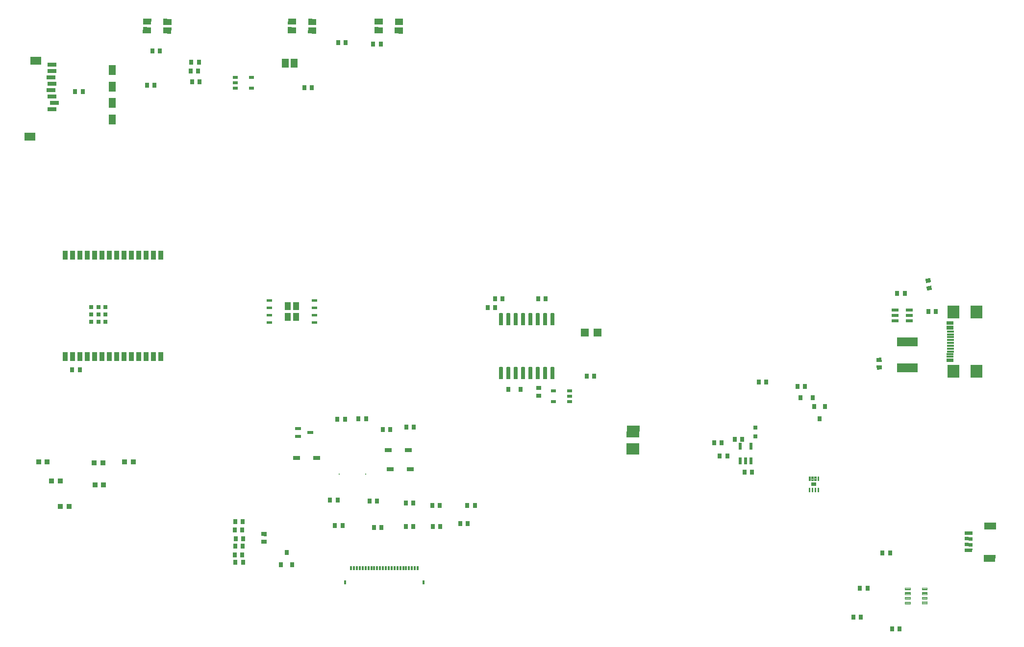
<source format=gbr>
G04 EAGLE Gerber RS-274X export*
G75*
%MOMM*%
%FSLAX34Y34*%
%LPD*%
%INSolderpaste Top*%
%IPPOS*%
%AMOC8*
5,1,8,0,0,1.08239X$1,22.5*%
G01*
G04 Define Apertures*
%ADD10R,1.400000X1.050000*%
%ADD11R,0.700000X0.900000*%
%ADD12R,1.400000X1.400000*%
%ADD13R,0.900000X0.700000*%
%ADD14R,2.000000X2.200000*%
%ADD15R,0.800000X0.800000*%
%ADD16R,1.200000X0.600000*%
%ADD17R,0.970000X0.940000*%
%ADD18R,0.800000X0.900000*%
%ADD19R,1.150000X0.800000*%
%ADD20R,0.900000X0.600000*%
%ADD21R,0.300000X0.800000*%
%ADD22R,0.400000X0.800000*%
%ADD23R,1.150000X0.300000*%
%ADD24R,2.000000X2.180000*%
%ADD25R,1.200000X2.000000*%
%ADD26R,0.600000X1.350000*%
%ADD27R,1.200000X1.800000*%
%ADD28R,1.900000X1.400000*%
%ADD29R,1.500000X0.700000*%
%ADD30R,0.127000X0.127000*%
%ADD31R,0.550000X1.200000*%
%ADD32R,3.600000X1.500000*%
%ADD33R,1.050000X0.500000*%
%ADD34C,0.125000*%
%ADD35R,1.168400X1.600200*%
%ADD36R,1.010000X1.460000*%
%ADD37C,0.110000*%
%ADD38R,0.900000X1.500000*%
%ADD39C,0.147500*%
%ADD40R,0.560000X0.820000*%
%ADD41C,0.067500*%
%ADD42C,0.101600*%
D10*
G36*
X780955Y665650D02*
X794953Y665479D01*
X794825Y654980D01*
X780827Y655151D01*
X780955Y665650D01*
G37*
G36*
X745958Y666078D02*
X759956Y665907D01*
X759828Y655408D01*
X745830Y655579D01*
X745958Y666078D01*
G37*
G36*
X745775Y651079D02*
X759773Y650908D01*
X759645Y640409D01*
X745647Y640580D01*
X745775Y651079D01*
G37*
G36*
X780772Y650651D02*
X794770Y650480D01*
X794642Y639981D01*
X780644Y640152D01*
X780772Y650651D01*
G37*
D11*
X1584000Y-318700D03*
X1597000Y-318700D03*
X429200Y590300D03*
X442200Y590300D03*
D12*
X1130900Y123400D03*
X1108900Y123400D03*
D11*
X1367900Y-61075D03*
X1380900Y-61075D03*
X1409400Y37700D03*
X1422400Y37700D03*
D13*
X1029300Y14200D03*
X1029300Y27200D03*
D11*
X1572800Y-368700D03*
X1585800Y-368700D03*
X1385000Y-118500D03*
X1398000Y-118500D03*
D14*
G36*
X1203055Y-68096D02*
X1202881Y-88094D01*
X1180883Y-87902D01*
X1181057Y-67904D01*
X1203055Y-68096D01*
G37*
G36*
X1203317Y-38098D02*
X1203143Y-58096D01*
X1181145Y-57904D01*
X1181319Y-37906D01*
X1203317Y-38098D01*
G37*
D11*
X681600Y-27100D03*
X694600Y-27100D03*
G36*
X1707623Y204054D02*
X1708452Y197104D01*
X1699517Y196038D01*
X1698688Y202988D01*
X1707623Y204054D01*
G37*
G36*
X1706083Y216962D02*
X1706912Y210012D01*
X1697977Y208946D01*
X1697148Y215896D01*
X1706083Y216962D01*
G37*
X743400Y622100D03*
X756400Y622100D03*
X1661400Y190500D03*
X1648400Y190500D03*
X682600Y624300D03*
X695600Y624300D03*
X800700Y-40700D03*
X813700Y-40700D03*
X1028400Y181300D03*
X1041400Y181300D03*
X228600Y539700D03*
X241600Y539700D03*
D10*
G36*
X631300Y665528D02*
X645297Y665308D01*
X645132Y654810D01*
X631135Y655030D01*
X631300Y665528D01*
G37*
G36*
X596304Y666078D02*
X610301Y665858D01*
X610136Y655360D01*
X596139Y655580D01*
X596304Y666078D01*
G37*
G36*
X596068Y651080D02*
X610065Y650860D01*
X609900Y640362D01*
X595903Y640582D01*
X596068Y651080D01*
G37*
G36*
X631064Y650530D02*
X645061Y650310D01*
X644896Y639812D01*
X630899Y640032D01*
X631064Y650530D01*
G37*
D15*
X1403400Y-56000D03*
X1403400Y-41000D03*
D11*
X362000Y609900D03*
X375000Y609900D03*
D16*
X1644700Y162400D03*
X1644700Y152900D03*
X1644700Y143400D03*
X1669700Y143400D03*
X1669700Y152900D03*
X1669700Y162400D03*
D17*
X261600Y-102300D03*
X276600Y-102300D03*
X165400Y-100300D03*
X180400Y-100300D03*
X203200Y-177300D03*
X218200Y-177300D03*
D18*
X1481400Y10800D03*
X1502400Y10800D03*
D19*
X769500Y-80300D03*
X804500Y-80300D03*
X772700Y-113500D03*
X807700Y-113500D03*
X611100Y-93500D03*
X646100Y-93500D03*
D17*
X313700Y-100100D03*
X328700Y-100100D03*
D18*
X976900Y24800D03*
X997900Y24800D03*
D17*
X188000Y-133300D03*
X203000Y-133300D03*
X262800Y-140300D03*
X277800Y-140300D03*
D11*
X906000Y-176100D03*
X919000Y-176100D03*
X677400Y-210100D03*
X690400Y-210100D03*
X846000Y-212300D03*
X859000Y-212300D03*
X893600Y-207300D03*
X906600Y-207300D03*
X845400Y-176100D03*
X858400Y-176100D03*
X736800Y-168100D03*
X749800Y-168100D03*
X799500Y-212500D03*
X812500Y-212500D03*
X799600Y-171500D03*
X812600Y-171500D03*
X744700Y-213500D03*
X757700Y-213500D03*
X668800Y-166500D03*
X681800Y-166500D03*
D20*
X504900Y564400D03*
X504900Y554900D03*
X504900Y545400D03*
X532900Y545400D03*
X532900Y564400D03*
X1082700Y3600D03*
X1082700Y13100D03*
X1082700Y22600D03*
X1054700Y22600D03*
X1054700Y3600D03*
D21*
X820200Y-284100D03*
X815200Y-284100D03*
X810200Y-284100D03*
X805200Y-284100D03*
X800200Y-284100D03*
X795200Y-284100D03*
X790200Y-284100D03*
X785200Y-284100D03*
X780200Y-284100D03*
X775200Y-284100D03*
X770200Y-284100D03*
X765200Y-284100D03*
X760200Y-284100D03*
X755200Y-284100D03*
X750200Y-284100D03*
X745200Y-284100D03*
X740200Y-284100D03*
X735200Y-284100D03*
X730200Y-284100D03*
X725200Y-284100D03*
X720200Y-284100D03*
X715200Y-284100D03*
X710200Y-284100D03*
X705200Y-284100D03*
D22*
X830200Y-309100D03*
X695200Y-309100D03*
D23*
X1739978Y73673D03*
X1739858Y81363D03*
X1740120Y95100D03*
X1740120Y105100D03*
X1740120Y110100D03*
X1740120Y120100D03*
X1739815Y133151D03*
X1739716Y141303D03*
X1739414Y137998D03*
X1739767Y129849D03*
X1740120Y125100D03*
X1740120Y115100D03*
X1740120Y100100D03*
X1740120Y90100D03*
X1740059Y85768D03*
X1739856Y76785D03*
D24*
X1785170Y56500D03*
X1785170Y158700D03*
X1745870Y56500D03*
X1745870Y158700D03*
D25*
G36*
X1818065Y-261374D02*
X1817814Y-273371D01*
X1797819Y-272952D01*
X1798070Y-260955D01*
X1818065Y-261374D01*
G37*
G36*
X1819238Y-205387D02*
X1818987Y-217384D01*
X1798992Y-216965D01*
X1799243Y-204968D01*
X1819238Y-205387D01*
G37*
D26*
G36*
X1778283Y-250540D02*
X1778157Y-256537D01*
X1764661Y-256254D01*
X1764787Y-250257D01*
X1778283Y-250540D01*
G37*
G36*
X1778492Y-240542D02*
X1778366Y-246539D01*
X1764870Y-246256D01*
X1764996Y-240259D01*
X1778492Y-240542D01*
G37*
G36*
X1778702Y-230544D02*
X1778576Y-236541D01*
X1765080Y-236258D01*
X1765206Y-230261D01*
X1778702Y-230544D01*
G37*
G36*
X1778911Y-220546D02*
X1778785Y-226543D01*
X1765289Y-226260D01*
X1765415Y-220263D01*
X1778911Y-220546D01*
G37*
D27*
X292922Y491500D03*
X292922Y548500D03*
D28*
X150422Y461500D03*
X160422Y593000D03*
D29*
X188922Y509500D03*
X192922Y520500D03*
X188922Y531500D03*
X186922Y542500D03*
X188922Y553500D03*
X186922Y564500D03*
X188922Y575500D03*
X188922Y586500D03*
D27*
X292922Y520000D03*
X292922Y577000D03*
D30*
X684840Y-121500D03*
X730560Y-121500D03*
D31*
X1377000Y-99101D03*
X1386500Y-99101D03*
X1396000Y-99101D03*
X1396000Y-73099D03*
X1377000Y-73099D03*
D32*
X1666000Y61900D03*
X1666000Y106900D03*
D18*
X1523900Y-4600D03*
X1504900Y-4600D03*
X1514400Y-25600D03*
X584300Y-278400D03*
X603300Y-278400D03*
X593800Y-257400D03*
D33*
X613400Y-43000D03*
X613400Y-56000D03*
X634400Y-49500D03*
D11*
X223500Y58700D03*
X236500Y58700D03*
X505700Y-233300D03*
X518700Y-233300D03*
X1342100Y-90500D03*
X1355100Y-90500D03*
X1623200Y-258300D03*
X1636200Y-258300D03*
X941100Y166400D03*
X954100Y166400D03*
X1476000Y30400D03*
X1489000Y30400D03*
X624600Y546100D03*
X637600Y546100D03*
X1639800Y-389300D03*
X1652800Y-389300D03*
X966600Y181900D03*
X953600Y181900D03*
X1702400Y159300D03*
X1715400Y159300D03*
G36*
X1621956Y66672D02*
X1622334Y59683D01*
X1613348Y59196D01*
X1612970Y66185D01*
X1621956Y66672D01*
G37*
G36*
X1621252Y79652D02*
X1621630Y72663D01*
X1612644Y72176D01*
X1612266Y79165D01*
X1621252Y79652D01*
G37*
X1332300Y-67700D03*
X1345300Y-67700D03*
X759900Y-44700D03*
X772900Y-44700D03*
X718100Y-25700D03*
X731100Y-25700D03*
X505400Y-274300D03*
X518400Y-274300D03*
X504300Y-261300D03*
X517300Y-261300D03*
X505200Y-246300D03*
X518200Y-246300D03*
X504100Y-218300D03*
X517100Y-218300D03*
X505000Y-203300D03*
X518000Y-203300D03*
D10*
G36*
X381016Y665568D02*
X395012Y665299D01*
X394810Y654802D01*
X380814Y655071D01*
X381016Y665568D01*
G37*
G36*
X346023Y666240D02*
X360019Y665971D01*
X359817Y655474D01*
X345821Y655743D01*
X346023Y666240D01*
G37*
G36*
X345735Y651243D02*
X359731Y650974D01*
X359529Y640477D01*
X345533Y640746D01*
X345735Y651243D01*
G37*
G36*
X380728Y650571D02*
X394724Y650302D01*
X394522Y639805D01*
X380526Y640074D01*
X380728Y650571D01*
G37*
D11*
X430700Y556700D03*
X443700Y556700D03*
X1112000Y47400D03*
X1125000Y47400D03*
X352700Y550400D03*
X365700Y550400D03*
G36*
X559179Y-234732D02*
X559130Y-241731D01*
X550131Y-241668D01*
X550180Y-234669D01*
X559179Y-234732D01*
G37*
G36*
X559269Y-221732D02*
X559220Y-228731D01*
X550221Y-228668D01*
X550270Y-221669D01*
X559269Y-221732D01*
G37*
X428200Y574900D03*
X441200Y574900D03*
D34*
X1691225Y-321675D02*
X1700135Y-321675D01*
X1691225Y-321675D02*
X1691225Y-317925D01*
X1700135Y-317925D01*
X1700135Y-321675D01*
X1700135Y-320488D02*
X1691225Y-320488D01*
X1691225Y-319301D02*
X1700135Y-319301D01*
X1700135Y-318114D02*
X1691225Y-318114D01*
X1691225Y-329675D02*
X1700135Y-329675D01*
X1691225Y-329675D02*
X1691225Y-325925D01*
X1700135Y-325925D01*
X1700135Y-329675D01*
X1700135Y-328488D02*
X1691225Y-328488D01*
X1691225Y-327301D02*
X1700135Y-327301D01*
X1700135Y-326114D02*
X1691225Y-326114D01*
X1691225Y-337675D02*
X1700135Y-337675D01*
X1691225Y-337675D02*
X1691225Y-333925D01*
X1700135Y-333925D01*
X1700135Y-337675D01*
X1700135Y-336488D02*
X1691225Y-336488D01*
X1691225Y-335301D02*
X1700135Y-335301D01*
X1700135Y-334114D02*
X1691225Y-334114D01*
X1691225Y-345675D02*
X1700135Y-345675D01*
X1691225Y-345675D02*
X1691225Y-341925D01*
X1700135Y-341925D01*
X1700135Y-345675D01*
X1700135Y-344488D02*
X1691225Y-344488D01*
X1691225Y-343301D02*
X1700135Y-343301D01*
X1700135Y-342114D02*
X1691225Y-342114D01*
X1670975Y-345875D02*
X1662065Y-345875D01*
X1662065Y-342125D01*
X1670975Y-342125D01*
X1670975Y-345875D01*
X1670975Y-344688D02*
X1662065Y-344688D01*
X1662065Y-343501D02*
X1670975Y-343501D01*
X1670975Y-342314D02*
X1662065Y-342314D01*
X1662065Y-337675D02*
X1670975Y-337675D01*
X1662065Y-337675D02*
X1662065Y-333925D01*
X1670975Y-333925D01*
X1670975Y-337675D01*
X1670975Y-336488D02*
X1662065Y-336488D01*
X1662065Y-335301D02*
X1670975Y-335301D01*
X1670975Y-334114D02*
X1662065Y-334114D01*
X1662065Y-329675D02*
X1670975Y-329675D01*
X1662065Y-329675D02*
X1662065Y-325925D01*
X1670975Y-325925D01*
X1670975Y-329675D01*
X1670975Y-328488D02*
X1662065Y-328488D01*
X1662065Y-327301D02*
X1670975Y-327301D01*
X1670975Y-326114D02*
X1662065Y-326114D01*
X1662065Y-321675D02*
X1670975Y-321675D01*
X1662065Y-321675D02*
X1662065Y-317925D01*
X1670975Y-317925D01*
X1670975Y-321675D01*
X1670975Y-320488D02*
X1662065Y-320488D01*
X1662065Y-319301D02*
X1670975Y-319301D01*
X1670975Y-318114D02*
X1662065Y-318114D01*
D35*
X591980Y588900D03*
X607220Y588900D03*
D36*
X595550Y169200D03*
X610250Y169200D03*
X595550Y150000D03*
X610250Y150000D03*
D37*
X568100Y177000D02*
X559800Y177000D01*
X559800Y180300D01*
X568100Y180300D01*
X568100Y177000D01*
X568100Y178045D02*
X559800Y178045D01*
X559800Y179090D02*
X568100Y179090D01*
X568100Y180135D02*
X559800Y180135D01*
X559800Y164300D02*
X568100Y164300D01*
X559800Y164300D02*
X559800Y167600D01*
X568100Y167600D01*
X568100Y164300D01*
X568100Y165345D02*
X559800Y165345D01*
X559800Y166390D02*
X568100Y166390D01*
X568100Y167435D02*
X559800Y167435D01*
X559800Y151600D02*
X568100Y151600D01*
X559800Y151600D02*
X559800Y154900D01*
X568100Y154900D01*
X568100Y151600D01*
X568100Y152645D02*
X559800Y152645D01*
X559800Y153690D02*
X568100Y153690D01*
X568100Y154735D02*
X559800Y154735D01*
X559800Y138900D02*
X568100Y138900D01*
X559800Y138900D02*
X559800Y142200D01*
X568100Y142200D01*
X568100Y138900D01*
X568100Y139945D02*
X559800Y139945D01*
X559800Y140990D02*
X568100Y140990D01*
X568100Y142035D02*
X559800Y142035D01*
X637700Y138900D02*
X646000Y138900D01*
X637700Y138900D02*
X637700Y142200D01*
X646000Y142200D01*
X646000Y138900D01*
X646000Y139945D02*
X637700Y139945D01*
X637700Y140990D02*
X646000Y140990D01*
X646000Y142035D02*
X637700Y142035D01*
X637700Y151600D02*
X646000Y151600D01*
X637700Y151600D02*
X637700Y154900D01*
X646000Y154900D01*
X646000Y151600D01*
X646000Y152645D02*
X637700Y152645D01*
X637700Y153690D02*
X646000Y153690D01*
X646000Y154735D02*
X637700Y154735D01*
X637700Y164300D02*
X646000Y164300D01*
X637700Y164300D02*
X637700Y167600D01*
X646000Y167600D01*
X646000Y164300D01*
X646000Y165345D02*
X637700Y165345D01*
X637700Y166390D02*
X646000Y166390D01*
X646000Y167435D02*
X637700Y167435D01*
X637700Y177000D02*
X646000Y177000D01*
X637700Y177000D02*
X637700Y180300D01*
X646000Y180300D01*
X646000Y177000D01*
X646000Y178045D02*
X637700Y178045D01*
X637700Y179090D02*
X646000Y179090D01*
X646000Y180135D02*
X637700Y180135D01*
D38*
X211400Y81900D03*
X224100Y81900D03*
X236800Y81900D03*
X249500Y81900D03*
X262200Y81900D03*
X274900Y81900D03*
X287600Y81900D03*
X300300Y81900D03*
X313000Y81900D03*
X325700Y81900D03*
X338400Y81900D03*
X351100Y81900D03*
X363800Y81900D03*
X376500Y81900D03*
X376500Y256900D03*
X363800Y256900D03*
X351100Y256900D03*
X338400Y256900D03*
X325700Y256900D03*
X313000Y256900D03*
X300300Y256900D03*
X287600Y256900D03*
X274900Y256900D03*
X262200Y256900D03*
X249500Y256900D03*
X236800Y256900D03*
X224100Y256900D03*
X211400Y256900D03*
D15*
X268600Y154350D03*
X256100Y141850D03*
X256100Y154350D03*
X256100Y166850D03*
X268600Y141850D03*
X268600Y166850D03*
X281100Y141850D03*
X281100Y154350D03*
X281100Y166850D03*
D39*
X966263Y62963D02*
X966263Y43937D01*
X961837Y43937D01*
X961837Y62963D01*
X966263Y62963D01*
X966263Y45338D02*
X961837Y45338D01*
X961837Y46739D02*
X966263Y46739D01*
X966263Y48140D02*
X961837Y48140D01*
X961837Y49541D02*
X966263Y49541D01*
X966263Y50942D02*
X961837Y50942D01*
X961837Y52343D02*
X966263Y52343D01*
X966263Y53744D02*
X961837Y53744D01*
X961837Y55145D02*
X966263Y55145D01*
X966263Y56546D02*
X961837Y56546D01*
X961837Y57947D02*
X966263Y57947D01*
X966263Y59348D02*
X961837Y59348D01*
X961837Y60749D02*
X966263Y60749D01*
X966263Y62150D02*
X961837Y62150D01*
X978963Y62963D02*
X978963Y43937D01*
X974537Y43937D01*
X974537Y62963D01*
X978963Y62963D01*
X978963Y45338D02*
X974537Y45338D01*
X974537Y46739D02*
X978963Y46739D01*
X978963Y48140D02*
X974537Y48140D01*
X974537Y49541D02*
X978963Y49541D01*
X978963Y50942D02*
X974537Y50942D01*
X974537Y52343D02*
X978963Y52343D01*
X978963Y53744D02*
X974537Y53744D01*
X974537Y55145D02*
X978963Y55145D01*
X978963Y56546D02*
X974537Y56546D01*
X974537Y57947D02*
X978963Y57947D01*
X978963Y59348D02*
X974537Y59348D01*
X974537Y60749D02*
X978963Y60749D01*
X978963Y62150D02*
X974537Y62150D01*
X991663Y62963D02*
X991663Y43937D01*
X987237Y43937D01*
X987237Y62963D01*
X991663Y62963D01*
X991663Y45338D02*
X987237Y45338D01*
X987237Y46739D02*
X991663Y46739D01*
X991663Y48140D02*
X987237Y48140D01*
X987237Y49541D02*
X991663Y49541D01*
X991663Y50942D02*
X987237Y50942D01*
X987237Y52343D02*
X991663Y52343D01*
X991663Y53744D02*
X987237Y53744D01*
X987237Y55145D02*
X991663Y55145D01*
X991663Y56546D02*
X987237Y56546D01*
X987237Y57947D02*
X991663Y57947D01*
X991663Y59348D02*
X987237Y59348D01*
X987237Y60749D02*
X991663Y60749D01*
X991663Y62150D02*
X987237Y62150D01*
X1004363Y62963D02*
X1004363Y43937D01*
X999937Y43937D01*
X999937Y62963D01*
X1004363Y62963D01*
X1004363Y45338D02*
X999937Y45338D01*
X999937Y46739D02*
X1004363Y46739D01*
X1004363Y48140D02*
X999937Y48140D01*
X999937Y49541D02*
X1004363Y49541D01*
X1004363Y50942D02*
X999937Y50942D01*
X999937Y52343D02*
X1004363Y52343D01*
X1004363Y53744D02*
X999937Y53744D01*
X999937Y55145D02*
X1004363Y55145D01*
X1004363Y56546D02*
X999937Y56546D01*
X999937Y57947D02*
X1004363Y57947D01*
X1004363Y59348D02*
X999937Y59348D01*
X999937Y60749D02*
X1004363Y60749D01*
X1004363Y62150D02*
X999937Y62150D01*
X1017063Y62963D02*
X1017063Y43937D01*
X1012637Y43937D01*
X1012637Y62963D01*
X1017063Y62963D01*
X1017063Y45338D02*
X1012637Y45338D01*
X1012637Y46739D02*
X1017063Y46739D01*
X1017063Y48140D02*
X1012637Y48140D01*
X1012637Y49541D02*
X1017063Y49541D01*
X1017063Y50942D02*
X1012637Y50942D01*
X1012637Y52343D02*
X1017063Y52343D01*
X1017063Y53744D02*
X1012637Y53744D01*
X1012637Y55145D02*
X1017063Y55145D01*
X1017063Y56546D02*
X1012637Y56546D01*
X1012637Y57947D02*
X1017063Y57947D01*
X1017063Y59348D02*
X1012637Y59348D01*
X1012637Y60749D02*
X1017063Y60749D01*
X1017063Y62150D02*
X1012637Y62150D01*
X1029763Y62963D02*
X1029763Y43937D01*
X1025337Y43937D01*
X1025337Y62963D01*
X1029763Y62963D01*
X1029763Y45338D02*
X1025337Y45338D01*
X1025337Y46739D02*
X1029763Y46739D01*
X1029763Y48140D02*
X1025337Y48140D01*
X1025337Y49541D02*
X1029763Y49541D01*
X1029763Y50942D02*
X1025337Y50942D01*
X1025337Y52343D02*
X1029763Y52343D01*
X1029763Y53744D02*
X1025337Y53744D01*
X1025337Y55145D02*
X1029763Y55145D01*
X1029763Y56546D02*
X1025337Y56546D01*
X1025337Y57947D02*
X1029763Y57947D01*
X1029763Y59348D02*
X1025337Y59348D01*
X1025337Y60749D02*
X1029763Y60749D01*
X1029763Y62150D02*
X1025337Y62150D01*
X1042463Y62963D02*
X1042463Y43937D01*
X1038037Y43937D01*
X1038037Y62963D01*
X1042463Y62963D01*
X1042463Y45338D02*
X1038037Y45338D01*
X1038037Y46739D02*
X1042463Y46739D01*
X1042463Y48140D02*
X1038037Y48140D01*
X1038037Y49541D02*
X1042463Y49541D01*
X1042463Y50942D02*
X1038037Y50942D01*
X1038037Y52343D02*
X1042463Y52343D01*
X1042463Y53744D02*
X1038037Y53744D01*
X1038037Y55145D02*
X1042463Y55145D01*
X1042463Y56546D02*
X1038037Y56546D01*
X1038037Y57947D02*
X1042463Y57947D01*
X1042463Y59348D02*
X1038037Y59348D01*
X1038037Y60749D02*
X1042463Y60749D01*
X1042463Y62150D02*
X1038037Y62150D01*
X1055163Y62963D02*
X1055163Y43937D01*
X1050737Y43937D01*
X1050737Y62963D01*
X1055163Y62963D01*
X1055163Y45338D02*
X1050737Y45338D01*
X1050737Y46739D02*
X1055163Y46739D01*
X1055163Y48140D02*
X1050737Y48140D01*
X1050737Y49541D02*
X1055163Y49541D01*
X1055163Y50942D02*
X1050737Y50942D01*
X1050737Y52343D02*
X1055163Y52343D01*
X1055163Y53744D02*
X1050737Y53744D01*
X1050737Y55145D02*
X1055163Y55145D01*
X1055163Y56546D02*
X1050737Y56546D01*
X1050737Y57947D02*
X1055163Y57947D01*
X1055163Y59348D02*
X1050737Y59348D01*
X1050737Y60749D02*
X1055163Y60749D01*
X1055163Y62150D02*
X1050737Y62150D01*
X1055163Y137037D02*
X1055163Y156063D01*
X1055163Y137037D02*
X1050737Y137037D01*
X1050737Y156063D01*
X1055163Y156063D01*
X1055163Y138438D02*
X1050737Y138438D01*
X1050737Y139839D02*
X1055163Y139839D01*
X1055163Y141240D02*
X1050737Y141240D01*
X1050737Y142641D02*
X1055163Y142641D01*
X1055163Y144042D02*
X1050737Y144042D01*
X1050737Y145443D02*
X1055163Y145443D01*
X1055163Y146844D02*
X1050737Y146844D01*
X1050737Y148245D02*
X1055163Y148245D01*
X1055163Y149646D02*
X1050737Y149646D01*
X1050737Y151047D02*
X1055163Y151047D01*
X1055163Y152448D02*
X1050737Y152448D01*
X1050737Y153849D02*
X1055163Y153849D01*
X1055163Y155250D02*
X1050737Y155250D01*
X1042463Y156063D02*
X1042463Y137037D01*
X1038037Y137037D01*
X1038037Y156063D01*
X1042463Y156063D01*
X1042463Y138438D02*
X1038037Y138438D01*
X1038037Y139839D02*
X1042463Y139839D01*
X1042463Y141240D02*
X1038037Y141240D01*
X1038037Y142641D02*
X1042463Y142641D01*
X1042463Y144042D02*
X1038037Y144042D01*
X1038037Y145443D02*
X1042463Y145443D01*
X1042463Y146844D02*
X1038037Y146844D01*
X1038037Y148245D02*
X1042463Y148245D01*
X1042463Y149646D02*
X1038037Y149646D01*
X1038037Y151047D02*
X1042463Y151047D01*
X1042463Y152448D02*
X1038037Y152448D01*
X1038037Y153849D02*
X1042463Y153849D01*
X1042463Y155250D02*
X1038037Y155250D01*
X1029763Y156063D02*
X1029763Y137037D01*
X1025337Y137037D01*
X1025337Y156063D01*
X1029763Y156063D01*
X1029763Y138438D02*
X1025337Y138438D01*
X1025337Y139839D02*
X1029763Y139839D01*
X1029763Y141240D02*
X1025337Y141240D01*
X1025337Y142641D02*
X1029763Y142641D01*
X1029763Y144042D02*
X1025337Y144042D01*
X1025337Y145443D02*
X1029763Y145443D01*
X1029763Y146844D02*
X1025337Y146844D01*
X1025337Y148245D02*
X1029763Y148245D01*
X1029763Y149646D02*
X1025337Y149646D01*
X1025337Y151047D02*
X1029763Y151047D01*
X1029763Y152448D02*
X1025337Y152448D01*
X1025337Y153849D02*
X1029763Y153849D01*
X1029763Y155250D02*
X1025337Y155250D01*
X1017063Y156063D02*
X1017063Y137037D01*
X1012637Y137037D01*
X1012637Y156063D01*
X1017063Y156063D01*
X1017063Y138438D02*
X1012637Y138438D01*
X1012637Y139839D02*
X1017063Y139839D01*
X1017063Y141240D02*
X1012637Y141240D01*
X1012637Y142641D02*
X1017063Y142641D01*
X1017063Y144042D02*
X1012637Y144042D01*
X1012637Y145443D02*
X1017063Y145443D01*
X1017063Y146844D02*
X1012637Y146844D01*
X1012637Y148245D02*
X1017063Y148245D01*
X1017063Y149646D02*
X1012637Y149646D01*
X1012637Y151047D02*
X1017063Y151047D01*
X1017063Y152448D02*
X1012637Y152448D01*
X1012637Y153849D02*
X1017063Y153849D01*
X1017063Y155250D02*
X1012637Y155250D01*
X1004363Y156063D02*
X1004363Y137037D01*
X999937Y137037D01*
X999937Y156063D01*
X1004363Y156063D01*
X1004363Y138438D02*
X999937Y138438D01*
X999937Y139839D02*
X1004363Y139839D01*
X1004363Y141240D02*
X999937Y141240D01*
X999937Y142641D02*
X1004363Y142641D01*
X1004363Y144042D02*
X999937Y144042D01*
X999937Y145443D02*
X1004363Y145443D01*
X1004363Y146844D02*
X999937Y146844D01*
X999937Y148245D02*
X1004363Y148245D01*
X1004363Y149646D02*
X999937Y149646D01*
X999937Y151047D02*
X1004363Y151047D01*
X1004363Y152448D02*
X999937Y152448D01*
X999937Y153849D02*
X1004363Y153849D01*
X1004363Y155250D02*
X999937Y155250D01*
X991663Y156063D02*
X991663Y137037D01*
X987237Y137037D01*
X987237Y156063D01*
X991663Y156063D01*
X991663Y138438D02*
X987237Y138438D01*
X987237Y139839D02*
X991663Y139839D01*
X991663Y141240D02*
X987237Y141240D01*
X987237Y142641D02*
X991663Y142641D01*
X991663Y144042D02*
X987237Y144042D01*
X987237Y145443D02*
X991663Y145443D01*
X991663Y146844D02*
X987237Y146844D01*
X987237Y148245D02*
X991663Y148245D01*
X991663Y149646D02*
X987237Y149646D01*
X987237Y151047D02*
X991663Y151047D01*
X991663Y152448D02*
X987237Y152448D01*
X987237Y153849D02*
X991663Y153849D01*
X991663Y155250D02*
X987237Y155250D01*
X978963Y156063D02*
X978963Y137037D01*
X974537Y137037D01*
X974537Y156063D01*
X978963Y156063D01*
X978963Y138438D02*
X974537Y138438D01*
X974537Y139839D02*
X978963Y139839D01*
X978963Y141240D02*
X974537Y141240D01*
X974537Y142641D02*
X978963Y142641D01*
X978963Y144042D02*
X974537Y144042D01*
X974537Y145443D02*
X978963Y145443D01*
X978963Y146844D02*
X974537Y146844D01*
X974537Y148245D02*
X978963Y148245D01*
X978963Y149646D02*
X974537Y149646D01*
X974537Y151047D02*
X978963Y151047D01*
X978963Y152448D02*
X974537Y152448D01*
X974537Y153849D02*
X978963Y153849D01*
X978963Y155250D02*
X974537Y155250D01*
X966263Y156063D02*
X966263Y137037D01*
X961837Y137037D01*
X961837Y156063D01*
X966263Y156063D01*
X966263Y138438D02*
X961837Y138438D01*
X961837Y139839D02*
X966263Y139839D01*
X966263Y141240D02*
X961837Y141240D01*
X961837Y142641D02*
X966263Y142641D01*
X966263Y144042D02*
X961837Y144042D01*
X961837Y145443D02*
X966263Y145443D01*
X966263Y146844D02*
X961837Y146844D01*
X961837Y148245D02*
X966263Y148245D01*
X966263Y149646D02*
X961837Y149646D01*
X961837Y151047D02*
X966263Y151047D01*
X966263Y152448D02*
X961837Y152448D01*
X961837Y153849D02*
X966263Y153849D01*
X966263Y155250D02*
X961837Y155250D01*
D40*
G36*
X1500291Y-141585D02*
X1500310Y-135986D01*
X1508509Y-136015D01*
X1508490Y-141614D01*
X1500291Y-141585D01*
G37*
D41*
X1510909Y-132435D02*
X1510934Y-125510D01*
X1512959Y-125517D01*
X1512934Y-132442D01*
X1510909Y-132435D01*
X1510911Y-131801D02*
X1512936Y-131801D01*
X1512939Y-131160D02*
X1510914Y-131160D01*
X1510916Y-130519D02*
X1512941Y-130519D01*
X1512943Y-129878D02*
X1510918Y-129878D01*
X1510921Y-129237D02*
X1512946Y-129237D01*
X1512948Y-128596D02*
X1510923Y-128596D01*
X1510925Y-127955D02*
X1512950Y-127955D01*
X1512953Y-127314D02*
X1510927Y-127314D01*
X1510930Y-126673D02*
X1512955Y-126673D01*
X1512957Y-126032D02*
X1510932Y-126032D01*
D42*
X1505423Y-125398D02*
X1505398Y-132509D01*
X1505423Y-125398D02*
X1508470Y-125409D01*
X1508445Y-132520D01*
X1505398Y-132509D01*
X1505401Y-131555D02*
X1508448Y-131555D01*
X1508452Y-130590D02*
X1505405Y-130590D01*
X1505408Y-129625D02*
X1508455Y-129625D01*
X1508459Y-128660D02*
X1505412Y-128660D01*
X1505415Y-127695D02*
X1508462Y-127695D01*
X1508465Y-126730D02*
X1505418Y-126730D01*
X1505422Y-125765D02*
X1508469Y-125765D01*
X1500423Y-125380D02*
X1500398Y-132491D01*
X1500423Y-125380D02*
X1503470Y-125391D01*
X1503445Y-132502D01*
X1500398Y-132491D01*
X1500401Y-131537D02*
X1503448Y-131537D01*
X1503452Y-130572D02*
X1500405Y-130572D01*
X1500408Y-129607D02*
X1503455Y-129607D01*
X1503459Y-128642D02*
X1500412Y-128642D01*
X1500415Y-127677D02*
X1503462Y-127677D01*
X1503465Y-126712D02*
X1500418Y-126712D01*
X1500422Y-125747D02*
X1503469Y-125747D01*
D41*
X1495934Y-125458D02*
X1495909Y-132383D01*
X1495934Y-125458D02*
X1497959Y-125465D01*
X1497934Y-132390D01*
X1495909Y-132383D01*
X1495911Y-131749D02*
X1497936Y-131749D01*
X1497939Y-131108D02*
X1495914Y-131108D01*
X1495916Y-130467D02*
X1497941Y-130467D01*
X1497943Y-129826D02*
X1495918Y-129826D01*
X1495921Y-129185D02*
X1497946Y-129185D01*
X1497948Y-128544D02*
X1495923Y-128544D01*
X1495925Y-127903D02*
X1497950Y-127903D01*
X1497953Y-127262D02*
X1495927Y-127262D01*
X1495930Y-126621D02*
X1497955Y-126621D01*
X1497957Y-125980D02*
X1495932Y-125980D01*
X1495866Y-145158D02*
X1495841Y-152083D01*
X1495866Y-145158D02*
X1497891Y-145165D01*
X1497866Y-152090D01*
X1495841Y-152083D01*
X1495843Y-151449D02*
X1497868Y-151449D01*
X1497871Y-150808D02*
X1495846Y-150808D01*
X1495848Y-150167D02*
X1497873Y-150167D01*
X1497875Y-149526D02*
X1495850Y-149526D01*
X1495853Y-148885D02*
X1497878Y-148885D01*
X1497880Y-148244D02*
X1495855Y-148244D01*
X1495857Y-147603D02*
X1497882Y-147603D01*
X1497885Y-146962D02*
X1495859Y-146962D01*
X1495862Y-146321D02*
X1497887Y-146321D01*
X1497889Y-145680D02*
X1495864Y-145680D01*
X1500866Y-145175D02*
X1500841Y-152100D01*
X1500866Y-145175D02*
X1502891Y-145182D01*
X1502866Y-152107D01*
X1500841Y-152100D01*
X1500843Y-151466D02*
X1502868Y-151466D01*
X1502871Y-150825D02*
X1500846Y-150825D01*
X1500848Y-150184D02*
X1502873Y-150184D01*
X1502875Y-149543D02*
X1500850Y-149543D01*
X1500853Y-148902D02*
X1502878Y-148902D01*
X1502880Y-148261D02*
X1500855Y-148261D01*
X1500857Y-147620D02*
X1502882Y-147620D01*
X1502885Y-146979D02*
X1500859Y-146979D01*
X1500862Y-146338D02*
X1502887Y-146338D01*
X1502889Y-145697D02*
X1500864Y-145697D01*
X1505866Y-145193D02*
X1505841Y-152118D01*
X1505866Y-145193D02*
X1507891Y-145200D01*
X1507866Y-152125D01*
X1505841Y-152118D01*
X1505843Y-151484D02*
X1507868Y-151484D01*
X1507871Y-150843D02*
X1505846Y-150843D01*
X1505848Y-150202D02*
X1507873Y-150202D01*
X1507875Y-149561D02*
X1505850Y-149561D01*
X1505853Y-148920D02*
X1507878Y-148920D01*
X1507880Y-148279D02*
X1505855Y-148279D01*
X1505857Y-147638D02*
X1507882Y-147638D01*
X1507885Y-146997D02*
X1505859Y-146997D01*
X1505862Y-146356D02*
X1507887Y-146356D01*
X1507889Y-145715D02*
X1505864Y-145715D01*
X1510866Y-145210D02*
X1510841Y-152135D01*
X1510866Y-145210D02*
X1512891Y-145217D01*
X1512866Y-152142D01*
X1510841Y-152135D01*
X1510843Y-151501D02*
X1512868Y-151501D01*
X1512871Y-150860D02*
X1510846Y-150860D01*
X1510848Y-150219D02*
X1512873Y-150219D01*
X1512875Y-149578D02*
X1510850Y-149578D01*
X1510853Y-148937D02*
X1512878Y-148937D01*
X1512880Y-148296D02*
X1510855Y-148296D01*
X1510857Y-147655D02*
X1512882Y-147655D01*
X1512885Y-147014D02*
X1510859Y-147014D01*
X1510862Y-146373D02*
X1512887Y-146373D01*
X1512889Y-145732D02*
X1510864Y-145732D01*
M02*

</source>
